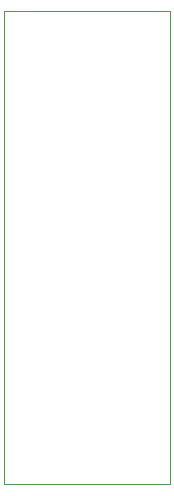
<source format=gbr>
G04 #@! TF.GenerationSoftware,KiCad,Pcbnew,(5.1.10)-1*
G04 #@! TF.CreationDate,2021-10-26T18:23:48-05:00*
G04 #@! TF.ProjectId,samtec_dbg,73616d74-6563-45f6-9462-672e6b696361,rev?*
G04 #@! TF.SameCoordinates,Original*
G04 #@! TF.FileFunction,Profile,NP*
%FSLAX46Y46*%
G04 Gerber Fmt 4.6, Leading zero omitted, Abs format (unit mm)*
G04 Created by KiCad (PCBNEW (5.1.10)-1) date 2021-10-26 18:23:48*
%MOMM*%
%LPD*%
G01*
G04 APERTURE LIST*
G04 #@! TA.AperFunction,Profile*
%ADD10C,0.050000*%
G04 #@! TD*
G04 APERTURE END LIST*
D10*
X103000000Y-140000000D02*
X103000000Y-100000000D01*
X117000000Y-140000000D02*
X103000000Y-140000000D01*
X117000000Y-100000000D02*
X117000000Y-140000000D01*
X103000000Y-100000000D02*
X117000000Y-100000000D01*
M02*

</source>
